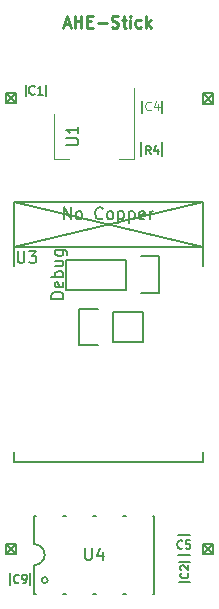
<source format=gbr>
G04 #@! TF.FileFunction,Legend,Top*
%FSLAX46Y46*%
G04 Gerber Fmt 4.6, Leading zero omitted, Abs format (unit mm)*
G04 Created by KiCad (PCBNEW 4.0.4-stable) date 12/28/16 17:07:54*
%MOMM*%
%LPD*%
G01*
G04 APERTURE LIST*
%ADD10C,0.100000*%
%ADD11C,0.127000*%
%ADD12C,0.250000*%
%ADD13C,0.120000*%
%ADD14C,0.150000*%
%ADD15C,0.152400*%
%ADD16C,0.125000*%
G04 APERTURE END LIST*
D10*
D11*
X159785000Y-100660000D02*
X158910000Y-99785000D01*
X159785000Y-99785000D02*
X158910000Y-99785000D01*
X159760000Y-99810000D02*
X158910000Y-100660000D01*
X158910000Y-100660000D02*
X158910000Y-99785000D01*
X158910000Y-100660000D02*
X159785000Y-100660000D01*
X159785000Y-100660000D02*
X159785000Y-99785000D01*
X143105000Y-100640000D02*
X143105000Y-99765000D01*
X142230000Y-100640000D02*
X143105000Y-100640000D01*
X142230000Y-100640000D02*
X142230000Y-99765000D01*
X143080000Y-99790000D02*
X142230000Y-100640000D01*
X143105000Y-99765000D02*
X142230000Y-99765000D01*
X143105000Y-100640000D02*
X142230000Y-99765000D01*
D12*
X147133333Y-55766667D02*
X147609524Y-55766667D01*
X147038095Y-56052381D02*
X147371428Y-55052381D01*
X147704762Y-56052381D01*
X148038095Y-56052381D02*
X148038095Y-55052381D01*
X148038095Y-55528571D02*
X148609524Y-55528571D01*
X148609524Y-56052381D02*
X148609524Y-55052381D01*
X149085714Y-55528571D02*
X149419048Y-55528571D01*
X149561905Y-56052381D02*
X149085714Y-56052381D01*
X149085714Y-55052381D01*
X149561905Y-55052381D01*
X149990476Y-55671429D02*
X150752381Y-55671429D01*
X151180952Y-56004762D02*
X151323809Y-56052381D01*
X151561905Y-56052381D01*
X151657143Y-56004762D01*
X151704762Y-55957143D01*
X151752381Y-55861905D01*
X151752381Y-55766667D01*
X151704762Y-55671429D01*
X151657143Y-55623810D01*
X151561905Y-55576190D01*
X151371428Y-55528571D01*
X151276190Y-55480952D01*
X151228571Y-55433333D01*
X151180952Y-55338095D01*
X151180952Y-55242857D01*
X151228571Y-55147619D01*
X151276190Y-55100000D01*
X151371428Y-55052381D01*
X151609524Y-55052381D01*
X151752381Y-55100000D01*
X152038095Y-55385714D02*
X152419047Y-55385714D01*
X152180952Y-55052381D02*
X152180952Y-55909524D01*
X152228571Y-56004762D01*
X152323809Y-56052381D01*
X152419047Y-56052381D01*
X152752381Y-56052381D02*
X152752381Y-55385714D01*
X152752381Y-55052381D02*
X152704762Y-55100000D01*
X152752381Y-55147619D01*
X152800000Y-55100000D01*
X152752381Y-55052381D01*
X152752381Y-55147619D01*
X153657143Y-56004762D02*
X153561905Y-56052381D01*
X153371428Y-56052381D01*
X153276190Y-56004762D01*
X153228571Y-55957143D01*
X153180952Y-55861905D01*
X153180952Y-55576190D01*
X153228571Y-55480952D01*
X153276190Y-55433333D01*
X153371428Y-55385714D01*
X153561905Y-55385714D01*
X153657143Y-55433333D01*
X154085714Y-56052381D02*
X154085714Y-55052381D01*
X154180952Y-55671429D02*
X154466667Y-56052381D01*
X154466667Y-55385714D02*
X154085714Y-55766667D01*
D11*
X143115000Y-62480000D02*
X142240000Y-61605000D01*
X143115000Y-61605000D02*
X142240000Y-61605000D01*
X143090000Y-61630000D02*
X142240000Y-62480000D01*
X142240000Y-62480000D02*
X142240000Y-61605000D01*
X142240000Y-62480000D02*
X143115000Y-62480000D01*
X143115000Y-62480000D02*
X143115000Y-61605000D01*
X159750000Y-62500000D02*
X159750000Y-61625000D01*
X158875000Y-62500000D02*
X159750000Y-62500000D01*
X158875000Y-62500000D02*
X158875000Y-61625000D01*
X159725000Y-61650000D02*
X158875000Y-62500000D01*
X159750000Y-61625000D02*
X158875000Y-61625000D01*
X159750000Y-62500000D02*
X158875000Y-61625000D01*
D13*
X146265000Y-67160000D02*
X147525000Y-67160000D01*
X153085000Y-67160000D02*
X151825000Y-67160000D01*
X146265000Y-63400000D02*
X146265000Y-67160000D01*
X153085000Y-61150000D02*
X153085000Y-67160000D01*
D14*
X145625000Y-61875000D02*
X145625000Y-60875000D01*
X143925000Y-60875000D02*
X143925000Y-61875000D01*
X144620000Y-101564000D02*
X144620000Y-103977000D01*
X144620000Y-99786000D02*
X144620000Y-97373000D01*
X144620000Y-101564000D02*
G75*
G03X145509000Y-100675000I0J889000D01*
G01*
X145509000Y-100675000D02*
G75*
G03X144620000Y-99786000I-889000J0D01*
G01*
X145763000Y-102834000D02*
G75*
G03X145763000Y-102834000I-254000J0D01*
G01*
X154780000Y-103977000D02*
X154653000Y-103977000D01*
X152113000Y-103977000D02*
X152367000Y-103977000D01*
X149573000Y-103977000D02*
X149827000Y-103977000D01*
X147033000Y-103977000D02*
X147287000Y-103977000D01*
X144620000Y-103977000D02*
X144747000Y-103977000D01*
X144620000Y-97373000D02*
X144747000Y-97373000D01*
X154780000Y-97373000D02*
X154653000Y-97373000D01*
X152113000Y-97373000D02*
X152367000Y-97373000D01*
X149573000Y-97373000D02*
X149827000Y-97373000D01*
X147033000Y-97373000D02*
X147287000Y-97373000D01*
X154780000Y-103977000D02*
X154780000Y-97373000D01*
X157840000Y-101270000D02*
X156840000Y-101270000D01*
X156840000Y-102970000D02*
X157840000Y-102970000D01*
X153725000Y-62250000D02*
X153725000Y-63250000D01*
X155425000Y-63250000D02*
X155425000Y-62250000D01*
X156820000Y-100720000D02*
X157820000Y-100720000D01*
X157820000Y-99020000D02*
X156820000Y-99020000D01*
X142600000Y-102225000D02*
X142600000Y-103225000D01*
X144300000Y-103225000D02*
X144300000Y-102225000D01*
X148430000Y-82950000D02*
X149980000Y-82950000D01*
X153790000Y-82670000D02*
X151250000Y-82670000D01*
X151250000Y-82670000D02*
X151250000Y-80130000D01*
X149980000Y-79850000D02*
X148430000Y-79850000D01*
X148430000Y-79850000D02*
X148430000Y-82950000D01*
X151250000Y-80130000D02*
X153790000Y-80130000D01*
X153790000Y-80130000D02*
X153790000Y-82670000D01*
X153660000Y-78510000D02*
X155210000Y-78510000D01*
X155210000Y-78510000D02*
X155210000Y-75410000D01*
X155210000Y-75410000D02*
X153660000Y-75410000D01*
X152390000Y-78230000D02*
X147310000Y-78230000D01*
X147310000Y-78230000D02*
X147310000Y-75690000D01*
X147310000Y-75690000D02*
X152390000Y-75690000D01*
X152390000Y-75690000D02*
X152390000Y-78230000D01*
X155450000Y-65725000D02*
X155450000Y-66925000D01*
X153700000Y-66925000D02*
X153700000Y-65725000D01*
D15*
X142950000Y-70825000D02*
X158950000Y-70825000D01*
X158950000Y-70825000D02*
X158950000Y-76225000D01*
X142950000Y-70825000D02*
X142950000Y-76225000D01*
X142950000Y-92025000D02*
X142950000Y-92825000D01*
X142950000Y-92825000D02*
X158950000Y-92825000D01*
X158950000Y-92825000D02*
X158950000Y-92025000D01*
X158950000Y-70825000D02*
X142950000Y-74625000D01*
X142950000Y-70825000D02*
X158950000Y-74625000D01*
X142942000Y-74625000D02*
X158942000Y-74625000D01*
D14*
X147352381Y-66011905D02*
X148161905Y-66011905D01*
X148257143Y-65964286D01*
X148304762Y-65916667D01*
X148352381Y-65821429D01*
X148352381Y-65630952D01*
X148304762Y-65535714D01*
X148257143Y-65488095D01*
X148161905Y-65440476D01*
X147352381Y-65440476D01*
X148352381Y-64440476D02*
X148352381Y-65011905D01*
X148352381Y-64726191D02*
X147352381Y-64726191D01*
X147495238Y-64821429D01*
X147590476Y-64916667D01*
X147638095Y-65011905D01*
X144650000Y-61667857D02*
X144614286Y-61703571D01*
X144507143Y-61739286D01*
X144435714Y-61739286D01*
X144328571Y-61703571D01*
X144257143Y-61632143D01*
X144221428Y-61560714D01*
X144185714Y-61417857D01*
X144185714Y-61310714D01*
X144221428Y-61167857D01*
X144257143Y-61096429D01*
X144328571Y-61025000D01*
X144435714Y-60989286D01*
X144507143Y-60989286D01*
X144614286Y-61025000D01*
X144650000Y-61060714D01*
X145364286Y-61739286D02*
X144935714Y-61739286D01*
X145150000Y-61739286D02*
X145150000Y-60989286D01*
X145078571Y-61096429D01*
X145007143Y-61167857D01*
X144935714Y-61203571D01*
X148938095Y-100127381D02*
X148938095Y-100936905D01*
X148985714Y-101032143D01*
X149033333Y-101079762D01*
X149128571Y-101127381D01*
X149319048Y-101127381D01*
X149414286Y-101079762D01*
X149461905Y-101032143D01*
X149509524Y-100936905D01*
X149509524Y-100127381D01*
X150414286Y-100460714D02*
X150414286Y-101127381D01*
X150176190Y-100079762D02*
X149938095Y-100794048D01*
X150557143Y-100794048D01*
X157615000Y-102246666D02*
X157648333Y-102280000D01*
X157681667Y-102380000D01*
X157681667Y-102446666D01*
X157648333Y-102546666D01*
X157581667Y-102613333D01*
X157515000Y-102646666D01*
X157381667Y-102680000D01*
X157281667Y-102680000D01*
X157148333Y-102646666D01*
X157081667Y-102613333D01*
X157015000Y-102546666D01*
X156981667Y-102446666D01*
X156981667Y-102380000D01*
X157015000Y-102280000D01*
X157048333Y-102246666D01*
X157048333Y-101980000D02*
X157015000Y-101946666D01*
X156981667Y-101880000D01*
X156981667Y-101713333D01*
X157015000Y-101646666D01*
X157048333Y-101613333D01*
X157115000Y-101580000D01*
X157181667Y-101580000D01*
X157281667Y-101613333D01*
X157681667Y-102013333D01*
X157681667Y-101580000D01*
D16*
X154500000Y-62992857D02*
X154464286Y-63028571D01*
X154357143Y-63064286D01*
X154285714Y-63064286D01*
X154178571Y-63028571D01*
X154107143Y-62957143D01*
X154071428Y-62885714D01*
X154035714Y-62742857D01*
X154035714Y-62635714D01*
X154071428Y-62492857D01*
X154107143Y-62421429D01*
X154178571Y-62350000D01*
X154285714Y-62314286D01*
X154357143Y-62314286D01*
X154464286Y-62350000D01*
X154500000Y-62385714D01*
X155142857Y-62564286D02*
X155142857Y-63064286D01*
X154964286Y-62278571D02*
X154785714Y-62814286D01*
X155250000Y-62814286D01*
D14*
X157173334Y-100110000D02*
X157140000Y-100143333D01*
X157040000Y-100176667D01*
X156973334Y-100176667D01*
X156873334Y-100143333D01*
X156806667Y-100076667D01*
X156773334Y-100010000D01*
X156740000Y-99876667D01*
X156740000Y-99776667D01*
X156773334Y-99643333D01*
X156806667Y-99576667D01*
X156873334Y-99510000D01*
X156973334Y-99476667D01*
X157040000Y-99476667D01*
X157140000Y-99510000D01*
X157173334Y-99543333D01*
X157806667Y-99476667D02*
X157473334Y-99476667D01*
X157440000Y-99810000D01*
X157473334Y-99776667D01*
X157540000Y-99743333D01*
X157706667Y-99743333D01*
X157773334Y-99776667D01*
X157806667Y-99810000D01*
X157840000Y-99876667D01*
X157840000Y-100043333D01*
X157806667Y-100110000D01*
X157773334Y-100143333D01*
X157706667Y-100176667D01*
X157540000Y-100176667D01*
X157473334Y-100143333D01*
X157440000Y-100110000D01*
X143323334Y-103010000D02*
X143290000Y-103043333D01*
X143190000Y-103076667D01*
X143123334Y-103076667D01*
X143023334Y-103043333D01*
X142956667Y-102976667D01*
X142923334Y-102910000D01*
X142890000Y-102776667D01*
X142890000Y-102676667D01*
X142923334Y-102543333D01*
X142956667Y-102476667D01*
X143023334Y-102410000D01*
X143123334Y-102376667D01*
X143190000Y-102376667D01*
X143290000Y-102410000D01*
X143323334Y-102443333D01*
X143656667Y-103076667D02*
X143790000Y-103076667D01*
X143856667Y-103043333D01*
X143890000Y-103010000D01*
X143956667Y-102910000D01*
X143990000Y-102776667D01*
X143990000Y-102510000D01*
X143956667Y-102443333D01*
X143923334Y-102410000D01*
X143856667Y-102376667D01*
X143723334Y-102376667D01*
X143656667Y-102410000D01*
X143623334Y-102443333D01*
X143590000Y-102510000D01*
X143590000Y-102676667D01*
X143623334Y-102743333D01*
X143656667Y-102776667D01*
X143723334Y-102810000D01*
X143856667Y-102810000D01*
X143923334Y-102776667D01*
X143956667Y-102743333D01*
X143990000Y-102676667D01*
X147082381Y-78997619D02*
X146082381Y-78997619D01*
X146082381Y-78759524D01*
X146130000Y-78616666D01*
X146225238Y-78521428D01*
X146320476Y-78473809D01*
X146510952Y-78426190D01*
X146653810Y-78426190D01*
X146844286Y-78473809D01*
X146939524Y-78521428D01*
X147034762Y-78616666D01*
X147082381Y-78759524D01*
X147082381Y-78997619D01*
X147034762Y-77616666D02*
X147082381Y-77711904D01*
X147082381Y-77902381D01*
X147034762Y-77997619D01*
X146939524Y-78045238D01*
X146558571Y-78045238D01*
X146463333Y-77997619D01*
X146415714Y-77902381D01*
X146415714Y-77711904D01*
X146463333Y-77616666D01*
X146558571Y-77569047D01*
X146653810Y-77569047D01*
X146749048Y-78045238D01*
X147082381Y-77140476D02*
X146082381Y-77140476D01*
X146463333Y-77140476D02*
X146415714Y-77045238D01*
X146415714Y-76854761D01*
X146463333Y-76759523D01*
X146510952Y-76711904D01*
X146606190Y-76664285D01*
X146891905Y-76664285D01*
X146987143Y-76711904D01*
X147034762Y-76759523D01*
X147082381Y-76854761D01*
X147082381Y-77045238D01*
X147034762Y-77140476D01*
X146415714Y-75807142D02*
X147082381Y-75807142D01*
X146415714Y-76235714D02*
X146939524Y-76235714D01*
X147034762Y-76188095D01*
X147082381Y-76092857D01*
X147082381Y-75949999D01*
X147034762Y-75854761D01*
X146987143Y-75807142D01*
X146415714Y-74902380D02*
X147225238Y-74902380D01*
X147320476Y-74949999D01*
X147368095Y-74997618D01*
X147415714Y-75092857D01*
X147415714Y-75235714D01*
X147368095Y-75330952D01*
X147034762Y-74902380D02*
X147082381Y-74997618D01*
X147082381Y-75188095D01*
X147034762Y-75283333D01*
X146987143Y-75330952D01*
X146891905Y-75378571D01*
X146606190Y-75378571D01*
X146510952Y-75330952D01*
X146463333Y-75283333D01*
X146415714Y-75188095D01*
X146415714Y-74997618D01*
X146463333Y-74902380D01*
X154483334Y-66766667D02*
X154250000Y-66433333D01*
X154083334Y-66766667D02*
X154083334Y-66066667D01*
X154350000Y-66066667D01*
X154416667Y-66100000D01*
X154450000Y-66133333D01*
X154483334Y-66200000D01*
X154483334Y-66300000D01*
X154450000Y-66366667D01*
X154416667Y-66400000D01*
X154350000Y-66433333D01*
X154083334Y-66433333D01*
X155083334Y-66300000D02*
X155083334Y-66766667D01*
X154916667Y-66033333D02*
X154750000Y-66533333D01*
X155183334Y-66533333D01*
X143213095Y-74977381D02*
X143213095Y-75786905D01*
X143260714Y-75882143D01*
X143308333Y-75929762D01*
X143403571Y-75977381D01*
X143594048Y-75977381D01*
X143689286Y-75929762D01*
X143736905Y-75882143D01*
X143784524Y-75786905D01*
X143784524Y-74977381D01*
X144165476Y-74977381D02*
X144784524Y-74977381D01*
X144451190Y-75358333D01*
X144594048Y-75358333D01*
X144689286Y-75405952D01*
X144736905Y-75453571D01*
X144784524Y-75548810D01*
X144784524Y-75786905D01*
X144736905Y-75882143D01*
X144689286Y-75929762D01*
X144594048Y-75977381D01*
X144308333Y-75977381D01*
X144213095Y-75929762D01*
X144165476Y-75882143D01*
X147127714Y-72277381D02*
X147127714Y-71277381D01*
X147699143Y-72277381D01*
X147699143Y-71277381D01*
X148318190Y-72277381D02*
X148222952Y-72229762D01*
X148175333Y-72182143D01*
X148127714Y-72086905D01*
X148127714Y-71801190D01*
X148175333Y-71705952D01*
X148222952Y-71658333D01*
X148318190Y-71610714D01*
X148461048Y-71610714D01*
X148556286Y-71658333D01*
X148603905Y-71705952D01*
X148651524Y-71801190D01*
X148651524Y-72086905D01*
X148603905Y-72182143D01*
X148556286Y-72229762D01*
X148461048Y-72277381D01*
X148318190Y-72277381D01*
X150413429Y-72182143D02*
X150365810Y-72229762D01*
X150222953Y-72277381D01*
X150127715Y-72277381D01*
X149984857Y-72229762D01*
X149889619Y-72134524D01*
X149842000Y-72039286D01*
X149794381Y-71848810D01*
X149794381Y-71705952D01*
X149842000Y-71515476D01*
X149889619Y-71420238D01*
X149984857Y-71325000D01*
X150127715Y-71277381D01*
X150222953Y-71277381D01*
X150365810Y-71325000D01*
X150413429Y-71372619D01*
X150984857Y-72277381D02*
X150889619Y-72229762D01*
X150842000Y-72182143D01*
X150794381Y-72086905D01*
X150794381Y-71801190D01*
X150842000Y-71705952D01*
X150889619Y-71658333D01*
X150984857Y-71610714D01*
X151127715Y-71610714D01*
X151222953Y-71658333D01*
X151270572Y-71705952D01*
X151318191Y-71801190D01*
X151318191Y-72086905D01*
X151270572Y-72182143D01*
X151222953Y-72229762D01*
X151127715Y-72277381D01*
X150984857Y-72277381D01*
X151746762Y-71610714D02*
X151746762Y-72610714D01*
X151746762Y-71658333D02*
X151842000Y-71610714D01*
X152032477Y-71610714D01*
X152127715Y-71658333D01*
X152175334Y-71705952D01*
X152222953Y-71801190D01*
X152222953Y-72086905D01*
X152175334Y-72182143D01*
X152127715Y-72229762D01*
X152032477Y-72277381D01*
X151842000Y-72277381D01*
X151746762Y-72229762D01*
X152651524Y-71610714D02*
X152651524Y-72610714D01*
X152651524Y-71658333D02*
X152746762Y-71610714D01*
X152937239Y-71610714D01*
X153032477Y-71658333D01*
X153080096Y-71705952D01*
X153127715Y-71801190D01*
X153127715Y-72086905D01*
X153080096Y-72182143D01*
X153032477Y-72229762D01*
X152937239Y-72277381D01*
X152746762Y-72277381D01*
X152651524Y-72229762D01*
X153937239Y-72229762D02*
X153842001Y-72277381D01*
X153651524Y-72277381D01*
X153556286Y-72229762D01*
X153508667Y-72134524D01*
X153508667Y-71753571D01*
X153556286Y-71658333D01*
X153651524Y-71610714D01*
X153842001Y-71610714D01*
X153937239Y-71658333D01*
X153984858Y-71753571D01*
X153984858Y-71848810D01*
X153508667Y-71944048D01*
X154413429Y-72277381D02*
X154413429Y-71610714D01*
X154413429Y-71801190D02*
X154461048Y-71705952D01*
X154508667Y-71658333D01*
X154603905Y-71610714D01*
X154699144Y-71610714D01*
M02*

</source>
